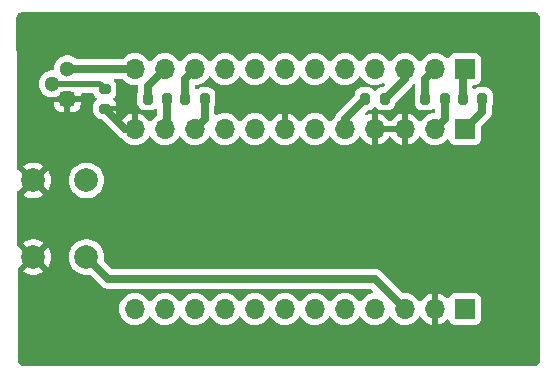
<source format=gbr>
%TF.GenerationSoftware,KiCad,Pcbnew,7.0.6*%
%TF.CreationDate,2023-10-13T00:14:17-07:00*%
%TF.ProjectId,SAL-FP_Keyboard-LogicBoard,53414c2d-4650-45f4-9b65-79626f617264,rev?*%
%TF.SameCoordinates,PXaf9e7f0PY6122b30*%
%TF.FileFunction,Copper,L2,Bot*%
%TF.FilePolarity,Positive*%
%FSLAX46Y46*%
G04 Gerber Fmt 4.6, Leading zero omitted, Abs format (unit mm)*
G04 Created by KiCad (PCBNEW 7.0.6) date 2023-10-13 00:14:17*
%MOMM*%
%LPD*%
G01*
G04 APERTURE LIST*
G04 Aperture macros list*
%AMRoundRect*
0 Rectangle with rounded corners*
0 $1 Rounding radius*
0 $2 $3 $4 $5 $6 $7 $8 $9 X,Y pos of 4 corners*
0 Add a 4 corners polygon primitive as box body*
4,1,4,$2,$3,$4,$5,$6,$7,$8,$9,$2,$3,0*
0 Add four circle primitives for the rounded corners*
1,1,$1+$1,$2,$3*
1,1,$1+$1,$4,$5*
1,1,$1+$1,$6,$7*
1,1,$1+$1,$8,$9*
0 Add four rect primitives between the rounded corners*
20,1,$1+$1,$2,$3,$4,$5,0*
20,1,$1+$1,$4,$5,$6,$7,0*
20,1,$1+$1,$6,$7,$8,$9,0*
20,1,$1+$1,$8,$9,$2,$3,0*%
G04 Aperture macros list end*
%TA.AperFunction,ComponentPad*%
%ADD10R,1.700000X1.700000*%
%TD*%
%TA.AperFunction,ComponentPad*%
%ADD11O,1.700000X1.700000*%
%TD*%
%TA.AperFunction,ComponentPad*%
%ADD12RoundRect,0.325000X0.325000X-0.325000X0.325000X0.325000X-0.325000X0.325000X-0.325000X-0.325000X0*%
%TD*%
%TA.AperFunction,ComponentPad*%
%ADD13C,1.300000*%
%TD*%
%TA.AperFunction,ComponentPad*%
%ADD14C,2.000000*%
%TD*%
%TA.AperFunction,SMDPad,CuDef*%
%ADD15RoundRect,0.200000X0.275000X-0.200000X0.275000X0.200000X-0.275000X0.200000X-0.275000X-0.200000X0*%
%TD*%
%TA.AperFunction,SMDPad,CuDef*%
%ADD16RoundRect,0.200000X0.200000X0.275000X-0.200000X0.275000X-0.200000X-0.275000X0.200000X-0.275000X0*%
%TD*%
%TA.AperFunction,Conductor*%
%ADD17C,0.660000*%
%TD*%
%TA.AperFunction,Conductor*%
%ADD18C,0.340000*%
%TD*%
%TA.AperFunction,Conductor*%
%ADD19C,0.540000*%
%TD*%
G04 APERTURE END LIST*
D10*
%TO.P,J1,1,Pin_1*%
%TO.N,/RAW*%
X-6350000Y-25146000D03*
D11*
%TO.P,J1,2,Pin_2*%
%TO.N,GND*%
X-8890000Y-25146000D03*
%TO.P,J1,3,Pin_3*%
%TO.N,/RST*%
X-11430000Y-25146000D03*
%TO.P,J1,4,Pin_4*%
%TO.N,unconnected-(J1-Pin_4-Pad4)*%
X-13970000Y-25146000D03*
%TO.P,J1,5,Pin_5*%
%TO.N,/F4*%
X-16510000Y-25146000D03*
%TO.P,J1,6,Pin_6*%
%TO.N,/F5*%
X-19050000Y-25146000D03*
%TO.P,J1,7,Pin_7*%
%TO.N,/F6*%
X-21590000Y-25146000D03*
%TO.P,J1,8,Pin_8*%
%TO.N,/F7*%
X-24130000Y-25146000D03*
%TO.P,J1,9,Pin_9*%
%TO.N,/B1*%
X-26670000Y-25146000D03*
%TO.P,J1,10,Pin_10*%
%TO.N,/B3*%
X-29210000Y-25146000D03*
%TO.P,J1,11,Pin_11*%
%TO.N,/B2*%
X-31750000Y-25146000D03*
%TO.P,J1,12,Pin_12*%
%TO.N,/B6*%
X-34290000Y-25146000D03*
%TD*%
D12*
%TO.P,Q1,1,E*%
%TO.N,GND*%
X-40005000Y-7366000D03*
D13*
%TO.P,Q1,2,B*%
%TO.N,Net-(Q1-B)*%
X-41275000Y-6096000D03*
%TO.P,Q1,3,C*%
%TO.N,/LED1*%
X-40005000Y-4826000D03*
%TD*%
D14*
%TO.P,SW1,1,1*%
%TO.N,/RST*%
X-38390000Y-14276000D03*
X-38390000Y-20776000D03*
%TO.P,SW1,2,2*%
%TO.N,GND*%
X-42890000Y-14276000D03*
X-42890000Y-20776000D03*
%TD*%
D10*
%TO.P,J2,1,Pin_1*%
%TO.N,/D3*%
X-6350000Y-9906000D03*
D11*
%TO.P,J2,2,Pin_2*%
%TO.N,/D2*%
X-8890000Y-9906000D03*
%TO.P,J2,3,Pin_3*%
%TO.N,GND*%
X-11430000Y-9906000D03*
%TO.P,J2,4,Pin_4*%
X-13970000Y-9906000D03*
%TO.P,J2,5,Pin_5*%
%TO.N,/D1*%
X-16510000Y-9906000D03*
%TO.P,J2,6,Pin_6*%
%TO.N,/D0*%
X-19050000Y-9906000D03*
%TO.P,J2,7,Pin_7*%
%TO.N,/D4*%
X-21590000Y-9906000D03*
%TO.P,J2,8,Pin_8*%
%TO.N,/C6*%
X-24130000Y-9906000D03*
%TO.P,J2,9,Pin_9*%
%TO.N,/D7*%
X-26670000Y-9906000D03*
%TO.P,J2,10,Pin_10*%
%TO.N,/E6*%
X-29210000Y-9906000D03*
%TO.P,J2,11,Pin_11*%
%TO.N,/B4*%
X-31750000Y-9906000D03*
%TO.P,J2,12,Pin_12*%
%TO.N,/B5*%
X-34290000Y-9906000D03*
%TD*%
D10*
%TO.P,J3,1,Pin_1*%
%TO.N,/LED5*%
X-6350000Y-4826000D03*
D11*
%TO.P,J3,2,Pin_2*%
%TO.N,/LED6*%
X-8890000Y-4826000D03*
%TO.P,J3,3,Pin_3*%
%TO.N,/LED4*%
X-11430000Y-4826000D03*
%TO.P,J3,4,Pin_4*%
%TO.N,unconnected-(J3-Pin_4-Pad4)*%
X-13970000Y-4826000D03*
%TO.P,J3,5,Pin_5*%
%TO.N,unconnected-(J3-Pin_5-Pad5)*%
X-16510000Y-4826000D03*
%TO.P,J3,6,Pin_6*%
%TO.N,unconnected-(J3-Pin_6-Pad6)*%
X-19050000Y-4826000D03*
%TO.P,J3,7,Pin_7*%
%TO.N,unconnected-(J3-Pin_7-Pad7)*%
X-21590000Y-4826000D03*
%TO.P,J3,8,Pin_8*%
%TO.N,unconnected-(J3-Pin_8-Pad8)*%
X-24130000Y-4826000D03*
%TO.P,J3,9,Pin_9*%
%TO.N,unconnected-(J3-Pin_9-Pad9)*%
X-26670000Y-4826000D03*
%TO.P,J3,10,Pin_10*%
%TO.N,/LED3*%
X-29210000Y-4826000D03*
%TO.P,J3,11,Pin_11*%
%TO.N,/LED2*%
X-31750000Y-4826000D03*
%TO.P,J3,12,Pin_12*%
%TO.N,/LED1*%
X-34290000Y-4826000D03*
%TD*%
D15*
%TO.P,R1,1*%
%TO.N,/B5*%
X-36830000Y-8191000D03*
%TO.P,R1,2*%
%TO.N,Net-(Q1-B)*%
X-36830000Y-6541000D03*
%TD*%
D16*
%TO.P,R5,1*%
%TO.N,/D3*%
X-4890000Y-7366000D03*
%TO.P,R5,2*%
%TO.N,/LED5*%
X-6540000Y-7366000D03*
%TD*%
%TO.P,R6,1*%
%TO.N,/D2*%
X-8065000Y-7366000D03*
%TO.P,R6,2*%
%TO.N,/LED6*%
X-9715000Y-7366000D03*
%TD*%
%TO.P,R2,1*%
%TO.N,/B4*%
X-31560000Y-7366000D03*
%TO.P,R2,2*%
%TO.N,/LED2*%
X-33210000Y-7366000D03*
%TD*%
%TO.P,R3,1*%
%TO.N,/E6*%
X-28385000Y-7366000D03*
%TO.P,R3,2*%
%TO.N,/LED3*%
X-30035000Y-7366000D03*
%TD*%
%TO.P,R4,1*%
%TO.N,/LED4*%
X-13145000Y-7366000D03*
%TO.P,R4,2*%
%TO.N,/D1*%
X-14795000Y-7366000D03*
%TD*%
D17*
%TO.N,/RST*%
X-36560000Y-22606000D02*
X-38390000Y-20776000D01*
X-13970000Y-22606000D02*
X-36560000Y-22606000D01*
X-11430000Y-25146000D02*
X-13970000Y-22606000D01*
%TO.N,/B5*%
X-35115000Y-9906000D02*
X-36830000Y-8191000D01*
D18*
X-34290000Y-9906000D02*
X-35115000Y-9906000D01*
D17*
%TO.N,/D3*%
X-4890000Y-7366000D02*
X-4890000Y-8446000D01*
X-4890000Y-8446000D02*
X-6350000Y-9906000D01*
%TO.N,/E6*%
X-28385000Y-9081000D02*
X-29210000Y-9906000D01*
X-28385000Y-7366000D02*
X-28385000Y-9081000D01*
%TO.N,/B4*%
X-31560000Y-7366000D02*
X-31560000Y-9716000D01*
D18*
X-31560000Y-9716000D02*
X-31750000Y-9906000D01*
%TO.N,/LED5*%
X-6540000Y-5016000D02*
X-6350000Y-4826000D01*
D17*
X-6540000Y-7366000D02*
X-6540000Y-5016000D01*
%TO.N,/LED6*%
X-9715000Y-5651000D02*
X-8890000Y-4826000D01*
X-9715000Y-7366000D02*
X-9715000Y-5651000D01*
%TO.N,/LED4*%
X-11430000Y-4826000D02*
X-11430000Y-5651000D01*
X-11430000Y-5651000D02*
X-13145000Y-7366000D01*
%TO.N,/D2*%
X-8065000Y-9081000D02*
X-8890000Y-9906000D01*
X-8065000Y-7366000D02*
X-8065000Y-9081000D01*
%TO.N,/D1*%
X-16510000Y-9081000D02*
X-14795000Y-7366000D01*
X-16510000Y-9906000D02*
X-16510000Y-9081000D01*
%TO.N,/LED3*%
X-30035000Y-5651000D02*
X-29210000Y-4826000D01*
X-30035000Y-7366000D02*
X-30035000Y-5651000D01*
%TO.N,/LED2*%
X-33210000Y-7366000D02*
X-33210000Y-6286000D01*
X-33210000Y-6286000D02*
X-31750000Y-4826000D01*
%TO.N,/LED1*%
X-34290000Y-4826000D02*
X-39370000Y-4826000D01*
D19*
%TO.N,Net-(Q1-B)*%
X-37275000Y-6096000D02*
X-41275000Y-6096000D01*
X-36830000Y-6541000D02*
X-37275000Y-6096000D01*
%TD*%
%TA.AperFunction,Conductor*%
%TO.N,/D4*%
G36*
X-27871536Y-5480685D02*
G01*
X-27837000Y-5513877D01*
X-27748876Y-5639732D01*
X-27708495Y-5697401D01*
X-27541401Y-5864495D01*
X-27459901Y-5921562D01*
X-27347835Y-6000032D01*
X-27347833Y-6000033D01*
X-27347830Y-6000035D01*
X-27133663Y-6099903D01*
X-26905408Y-6161063D01*
X-26717082Y-6177539D01*
X-26670001Y-6181659D01*
X-26670000Y-6181659D01*
X-26669999Y-6181659D01*
X-26630766Y-6178226D01*
X-26434592Y-6161063D01*
X-26206337Y-6099903D01*
X-25992170Y-6000035D01*
X-25798599Y-5864495D01*
X-25631505Y-5697401D01*
X-25503000Y-5513876D01*
X-25448423Y-5470252D01*
X-25401425Y-5461000D01*
X-25398575Y-5461000D01*
X-25331536Y-5480685D01*
X-25297000Y-5513877D01*
X-25208876Y-5639732D01*
X-25168495Y-5697401D01*
X-25001401Y-5864495D01*
X-24919901Y-5921562D01*
X-24807835Y-6000032D01*
X-24807833Y-6000033D01*
X-24807830Y-6000035D01*
X-24593663Y-6099903D01*
X-24365408Y-6161063D01*
X-24177082Y-6177539D01*
X-24130001Y-6181659D01*
X-24130000Y-6181659D01*
X-24129999Y-6181659D01*
X-24090766Y-6178226D01*
X-23894592Y-6161063D01*
X-23666337Y-6099903D01*
X-23452170Y-6000035D01*
X-23258599Y-5864495D01*
X-23091505Y-5697401D01*
X-22963000Y-5513876D01*
X-22908423Y-5470252D01*
X-22861425Y-5461000D01*
X-22858575Y-5461000D01*
X-22791536Y-5480685D01*
X-22757000Y-5513877D01*
X-22668876Y-5639732D01*
X-22628495Y-5697401D01*
X-22461401Y-5864495D01*
X-22379901Y-5921562D01*
X-22267835Y-6000032D01*
X-22267833Y-6000033D01*
X-22267830Y-6000035D01*
X-22053663Y-6099903D01*
X-21825408Y-6161063D01*
X-21637082Y-6177539D01*
X-21590001Y-6181659D01*
X-21590000Y-6181659D01*
X-21589999Y-6181659D01*
X-21550766Y-6178226D01*
X-21354592Y-6161063D01*
X-21126337Y-6099903D01*
X-20912170Y-6000035D01*
X-20718599Y-5864495D01*
X-20551505Y-5697401D01*
X-20423000Y-5513876D01*
X-20368423Y-5470252D01*
X-20321425Y-5461000D01*
X-20318575Y-5461000D01*
X-20251536Y-5480685D01*
X-20217000Y-5513877D01*
X-20128876Y-5639732D01*
X-20088495Y-5697401D01*
X-19921401Y-5864495D01*
X-19839901Y-5921562D01*
X-19727835Y-6000032D01*
X-19727833Y-6000033D01*
X-19727830Y-6000035D01*
X-19513663Y-6099903D01*
X-19285408Y-6161063D01*
X-19097082Y-6177539D01*
X-19050001Y-6181659D01*
X-19050000Y-6181659D01*
X-19049999Y-6181659D01*
X-19010766Y-6178226D01*
X-18814592Y-6161063D01*
X-18586337Y-6099903D01*
X-18372170Y-6000035D01*
X-18178599Y-5864495D01*
X-18011505Y-5697401D01*
X-17883000Y-5513876D01*
X-17828423Y-5470252D01*
X-17781425Y-5461000D01*
X-17778575Y-5461000D01*
X-17711536Y-5480685D01*
X-17677000Y-5513877D01*
X-17588876Y-5639732D01*
X-17548495Y-5697401D01*
X-17381401Y-5864495D01*
X-17299901Y-5921562D01*
X-17187835Y-6000032D01*
X-17187833Y-6000033D01*
X-17187830Y-6000035D01*
X-16973663Y-6099903D01*
X-16745408Y-6161063D01*
X-16557082Y-6177539D01*
X-16510001Y-6181659D01*
X-16510000Y-6181659D01*
X-16509999Y-6181659D01*
X-16470766Y-6178226D01*
X-16274592Y-6161063D01*
X-16046337Y-6099903D01*
X-15832170Y-6000035D01*
X-15638599Y-5864495D01*
X-15471505Y-5697401D01*
X-15343000Y-5513876D01*
X-15288423Y-5470252D01*
X-15241425Y-5461000D01*
X-15238575Y-5461000D01*
X-15171536Y-5480685D01*
X-15137000Y-5513877D01*
X-15048876Y-5639732D01*
X-15008495Y-5697401D01*
X-14841401Y-5864495D01*
X-14759901Y-5921562D01*
X-14647835Y-6000032D01*
X-14647833Y-6000033D01*
X-14647830Y-6000035D01*
X-14433663Y-6099903D01*
X-14205408Y-6161063D01*
X-14017082Y-6177539D01*
X-13970001Y-6181659D01*
X-13970000Y-6181659D01*
X-13969999Y-6181659D01*
X-13930766Y-6178226D01*
X-13734592Y-6161063D01*
X-13506337Y-6099903D01*
X-13295015Y-6001361D01*
X-13225941Y-5990870D01*
X-13162157Y-6019389D01*
X-13123917Y-6077866D01*
X-13123362Y-6147733D01*
X-13154931Y-6201425D01*
X-13215620Y-6262115D01*
X-13307688Y-6354182D01*
X-13369008Y-6387666D01*
X-13395367Y-6390500D01*
X-13401616Y-6390500D01*
X-13420856Y-6392248D01*
X-13472193Y-6396913D01*
X-13634607Y-6447522D01*
X-13780189Y-6535530D01*
X-13780190Y-6535531D01*
X-13882319Y-6637661D01*
X-13943642Y-6671146D01*
X-14013334Y-6666162D01*
X-14057681Y-6637661D01*
X-14159812Y-6535530D01*
X-14163650Y-6533210D01*
X-14305394Y-6447522D01*
X-14467804Y-6396914D01*
X-14467806Y-6396913D01*
X-14467808Y-6396913D01*
X-14517222Y-6392423D01*
X-14538384Y-6390500D01*
X-15051616Y-6390500D01*
X-15070855Y-6392248D01*
X-15122193Y-6396913D01*
X-15284607Y-6447522D01*
X-15430189Y-6535530D01*
X-15550470Y-6655811D01*
X-15638478Y-6801393D01*
X-15689087Y-6963807D01*
X-15695500Y-7034386D01*
X-15695500Y-7040632D01*
X-15715185Y-7107671D01*
X-15731819Y-7128313D01*
X-17071606Y-8468099D01*
X-17075309Y-8471513D01*
X-17116494Y-8506496D01*
X-17116495Y-8506498D01*
X-17164334Y-8569429D01*
X-17213890Y-8631079D01*
X-17215431Y-8633489D01*
X-17224309Y-8647802D01*
X-17225820Y-8650313D01*
X-17246223Y-8694416D01*
X-17259019Y-8722074D01*
X-17264140Y-8732400D01*
X-17290356Y-8785257D01*
X-17330317Y-8831734D01*
X-17381403Y-8867506D01*
X-17548495Y-9034597D01*
X-17678425Y-9220158D01*
X-17733002Y-9263783D01*
X-17802500Y-9270977D01*
X-17864855Y-9239454D01*
X-17881575Y-9220158D01*
X-18011506Y-9034597D01*
X-18178598Y-8867506D01*
X-18178605Y-8867501D01*
X-18372166Y-8731967D01*
X-18372170Y-8731965D01*
X-18452694Y-8694416D01*
X-18586337Y-8632097D01*
X-18586341Y-8632096D01*
X-18586345Y-8632094D01*
X-18814587Y-8570938D01*
X-18814597Y-8570936D01*
X-19049999Y-8550341D01*
X-19050001Y-8550341D01*
X-19285404Y-8570936D01*
X-19285414Y-8570938D01*
X-19513656Y-8632094D01*
X-19513665Y-8632098D01*
X-19727829Y-8731964D01*
X-19727831Y-8731965D01*
X-19921403Y-8867505D01*
X-20088492Y-9034594D01*
X-20218731Y-9220595D01*
X-20273308Y-9264219D01*
X-20342807Y-9271412D01*
X-20405161Y-9239890D01*
X-20421881Y-9220594D01*
X-20551887Y-9034926D01*
X-20551892Y-9034920D01*
X-20718918Y-8867894D01*
X-20912422Y-8732399D01*
X-21126508Y-8632570D01*
X-21126514Y-8632567D01*
X-21340000Y-8575364D01*
X-21340000Y-9470498D01*
X-21447685Y-9421320D01*
X-21554237Y-9406000D01*
X-21625763Y-9406000D01*
X-21732315Y-9421320D01*
X-21840000Y-9470498D01*
X-21840000Y-8575364D01*
X-21840001Y-8575364D01*
X-22053487Y-8632567D01*
X-22053493Y-8632570D01*
X-22267578Y-8732399D01*
X-22267580Y-8732400D01*
X-22461074Y-8867886D01*
X-22461080Y-8867891D01*
X-22628109Y-9034920D01*
X-22628110Y-9034922D01*
X-22758120Y-9220595D01*
X-22812697Y-9264219D01*
X-22882196Y-9271412D01*
X-22944550Y-9239890D01*
X-22961270Y-9220594D01*
X-23091506Y-9034597D01*
X-23258598Y-8867506D01*
X-23258605Y-8867501D01*
X-23452166Y-8731967D01*
X-23452170Y-8731965D01*
X-23532694Y-8694416D01*
X-23666337Y-8632097D01*
X-23666341Y-8632096D01*
X-23666345Y-8632094D01*
X-23894587Y-8570938D01*
X-23894597Y-8570936D01*
X-24129999Y-8550341D01*
X-24130001Y-8550341D01*
X-24365404Y-8570936D01*
X-24365414Y-8570938D01*
X-24593656Y-8632094D01*
X-24593665Y-8632098D01*
X-24807829Y-8731964D01*
X-24807831Y-8731965D01*
X-25001403Y-8867505D01*
X-25168495Y-9034597D01*
X-25298425Y-9220158D01*
X-25353002Y-9263783D01*
X-25422500Y-9270977D01*
X-25484855Y-9239454D01*
X-25501575Y-9220158D01*
X-25631506Y-9034597D01*
X-25798598Y-8867506D01*
X-25798605Y-8867501D01*
X-25992166Y-8731967D01*
X-25992170Y-8731965D01*
X-26072694Y-8694416D01*
X-26206337Y-8632097D01*
X-26206341Y-8632096D01*
X-26206345Y-8632094D01*
X-26434587Y-8570938D01*
X-26434597Y-8570936D01*
X-26669999Y-8550341D01*
X-26670001Y-8550341D01*
X-26905404Y-8570936D01*
X-26905414Y-8570938D01*
X-27133656Y-8632094D01*
X-27133665Y-8632098D01*
X-27347829Y-8731964D01*
X-27347833Y-8731966D01*
X-27359380Y-8740052D01*
X-27425586Y-8762378D01*
X-27493353Y-8745365D01*
X-27541165Y-8694416D01*
X-27554500Y-8638475D01*
X-27554500Y-7986059D01*
X-27543574Y-7935165D01*
X-27541524Y-7930610D01*
X-27541524Y-7930608D01*
X-27541522Y-7930606D01*
X-27490914Y-7768196D01*
X-27484500Y-7697616D01*
X-27484500Y-7034384D01*
X-27490914Y-6963804D01*
X-27541522Y-6801394D01*
X-27629528Y-6655815D01*
X-27629530Y-6655813D01*
X-27629531Y-6655811D01*
X-27749812Y-6535530D01*
X-27753650Y-6533210D01*
X-27895394Y-6447522D01*
X-28057804Y-6396914D01*
X-28057806Y-6396913D01*
X-28057808Y-6396913D01*
X-28107222Y-6392423D01*
X-28128384Y-6390500D01*
X-28641616Y-6390500D01*
X-28660856Y-6392248D01*
X-28712193Y-6396913D01*
X-28874607Y-6447522D01*
X-28964419Y-6501815D01*
X-29016352Y-6533210D01*
X-29083905Y-6551046D01*
X-29150378Y-6529528D01*
X-29194666Y-6475488D01*
X-29204500Y-6427093D01*
X-29204500Y-6294801D01*
X-29184815Y-6227762D01*
X-29132011Y-6182007D01*
X-29091312Y-6171274D01*
X-28974592Y-6161063D01*
X-28746337Y-6099903D01*
X-28532170Y-6000035D01*
X-28338599Y-5864495D01*
X-28171505Y-5697401D01*
X-28043000Y-5513876D01*
X-27988423Y-5470252D01*
X-27941425Y-5461000D01*
X-27938575Y-5461000D01*
X-27871536Y-5480685D01*
G37*
%TD.AperFunction*%
%TD*%
%TA.AperFunction,Conductor*%
%TO.N,/B5*%
G36*
X-35353599Y-5676185D02*
G01*
X-35333037Y-5694285D01*
X-35332324Y-5693573D01*
X-35240368Y-5785528D01*
X-35161401Y-5864495D01*
X-35102390Y-5905815D01*
X-34967835Y-6000032D01*
X-34967833Y-6000033D01*
X-34967830Y-6000035D01*
X-34753663Y-6099903D01*
X-34525408Y-6161063D01*
X-34337082Y-6177539D01*
X-34290001Y-6181659D01*
X-34290001Y-6181658D01*
X-34290000Y-6181659D01*
X-34175906Y-6171676D01*
X-34107410Y-6185442D01*
X-34057226Y-6234057D01*
X-34041146Y-6298561D01*
X-34042643Y-6353805D01*
X-34042407Y-6356699D01*
X-34040500Y-6376751D01*
X-34040500Y-6745939D01*
X-34051421Y-6796822D01*
X-34053475Y-6801385D01*
X-34104087Y-6963807D01*
X-34109218Y-7020275D01*
X-34110500Y-7034384D01*
X-34110500Y-7697616D01*
X-34108577Y-7718778D01*
X-34104087Y-7768192D01*
X-34104087Y-7768194D01*
X-34104086Y-7768196D01*
X-34053478Y-7930606D01*
X-33972234Y-8065000D01*
X-33965470Y-8076188D01*
X-33845189Y-8196469D01*
X-33845187Y-8196470D01*
X-33845185Y-8196472D01*
X-33699606Y-8284478D01*
X-33537196Y-8335086D01*
X-33466616Y-8341500D01*
X-33466613Y-8341500D01*
X-32953387Y-8341500D01*
X-32953384Y-8341500D01*
X-32882804Y-8335086D01*
X-32720394Y-8284478D01*
X-32578649Y-8198789D01*
X-32511096Y-8180953D01*
X-32444622Y-8202470D01*
X-32400334Y-8256510D01*
X-32390500Y-8304906D01*
X-32390500Y-8641276D01*
X-32410185Y-8708315D01*
X-32443377Y-8742851D01*
X-32621403Y-8867505D01*
X-32788492Y-9034594D01*
X-32918731Y-9220595D01*
X-32973308Y-9264219D01*
X-33042807Y-9271412D01*
X-33105161Y-9239890D01*
X-33121881Y-9220594D01*
X-33251887Y-9034926D01*
X-33251892Y-9034920D01*
X-33418918Y-8867894D01*
X-33612422Y-8732399D01*
X-33826508Y-8632570D01*
X-33826514Y-8632567D01*
X-34040000Y-8575364D01*
X-34040000Y-9470498D01*
X-34147685Y-9421320D01*
X-34254237Y-9406000D01*
X-34325763Y-9406000D01*
X-34432315Y-9421320D01*
X-34540000Y-9470498D01*
X-34540000Y-8575364D01*
X-34540001Y-8575364D01*
X-34753487Y-8632567D01*
X-34753493Y-8632570D01*
X-34967578Y-8732399D01*
X-34967580Y-8732400D01*
X-35161074Y-8867886D01*
X-35161080Y-8867891D01*
X-35328109Y-9034920D01*
X-35328114Y-9034926D01*
X-35463600Y-9228420D01*
X-35463601Y-9228422D01*
X-35563430Y-9442507D01*
X-35563433Y-9442514D01*
X-35605066Y-9597891D01*
X-35641431Y-9657551D01*
X-35704278Y-9688080D01*
X-35773654Y-9679785D01*
X-35812522Y-9653478D01*
X-36257380Y-9208620D01*
X-36290865Y-9147297D01*
X-36285881Y-9077605D01*
X-36244009Y-9021672D01*
X-36233849Y-9014822D01*
X-36120123Y-8946072D01*
X-35999928Y-8825877D01*
X-35911981Y-8680395D01*
X-35861410Y-8518106D01*
X-35855000Y-8447572D01*
X-35855000Y-8441000D01*
X-36956000Y-8441000D01*
X-37023039Y-8421315D01*
X-37068794Y-8368511D01*
X-37080000Y-8317000D01*
X-37080000Y-8065000D01*
X-37060315Y-7997961D01*
X-37007511Y-7952206D01*
X-36956000Y-7941000D01*
X-35855001Y-7941000D01*
X-35855001Y-7934417D01*
X-35861409Y-7863897D01*
X-35861410Y-7863892D01*
X-35911982Y-7701603D01*
X-35999928Y-7556122D01*
X-36102016Y-7454034D01*
X-36135501Y-7392711D01*
X-36130517Y-7323019D01*
X-36102017Y-7278673D01*
X-35999528Y-7176185D01*
X-35911522Y-7030606D01*
X-35860914Y-6868196D01*
X-35854500Y-6797616D01*
X-35854500Y-6284384D01*
X-35860914Y-6213804D01*
X-35911522Y-6051394D01*
X-35999528Y-5905815D01*
X-35999530Y-5905813D01*
X-35999531Y-5905811D01*
X-36037161Y-5868181D01*
X-36070646Y-5806858D01*
X-36065662Y-5737166D01*
X-36023790Y-5681233D01*
X-35958326Y-5656816D01*
X-35949480Y-5656500D01*
X-35420638Y-5656500D01*
X-35353599Y-5676185D01*
G37*
%TD.AperFunction*%
%TD*%
%TA.AperFunction,Conductor*%
%TO.N,GND*%
G36*
X-11889493Y-9696156D02*
G01*
X-11930000Y-9834111D01*
X-11930000Y-9977889D01*
X-11889493Y-10115844D01*
X-11863686Y-10156000D01*
X-13536314Y-10156000D01*
X-13510507Y-10115844D01*
X-13470000Y-9977889D01*
X-13470000Y-9834111D01*
X-13510507Y-9696156D01*
X-13536314Y-9656000D01*
X-11863686Y-9656000D01*
X-11889493Y-9696156D01*
G37*
%TD.AperFunction*%
%TA.AperFunction,Conductor*%
G36*
X-10578850Y-6143804D02*
G01*
X-10547498Y-6206244D01*
X-10545500Y-6228413D01*
X-10545500Y-6745939D01*
X-10556421Y-6796822D01*
X-10558475Y-6801385D01*
X-10609087Y-6963807D01*
X-10612958Y-7006414D01*
X-10615500Y-7034384D01*
X-10615500Y-7697616D01*
X-10613577Y-7718778D01*
X-10609087Y-7768192D01*
X-10609087Y-7768194D01*
X-10609086Y-7768196D01*
X-10558478Y-7930606D01*
X-10524954Y-7986062D01*
X-10470470Y-8076188D01*
X-10350189Y-8196469D01*
X-10350187Y-8196470D01*
X-10350185Y-8196472D01*
X-10204606Y-8284478D01*
X-10042196Y-8335086D01*
X-9971616Y-8341500D01*
X-9971613Y-8341500D01*
X-9458387Y-8341500D01*
X-9458384Y-8341500D01*
X-9387804Y-8335086D01*
X-9225394Y-8284478D01*
X-9083649Y-8198789D01*
X-9016096Y-8180953D01*
X-8949622Y-8202470D01*
X-8905334Y-8256510D01*
X-8895500Y-8304906D01*
X-8895500Y-8437197D01*
X-8915185Y-8504236D01*
X-8967989Y-8549991D01*
X-9008692Y-8560725D01*
X-9125404Y-8570936D01*
X-9125414Y-8570938D01*
X-9353656Y-8632094D01*
X-9353665Y-8632098D01*
X-9567829Y-8731964D01*
X-9567831Y-8731965D01*
X-9761403Y-8867505D01*
X-9928492Y-9034594D01*
X-10058731Y-9220595D01*
X-10113308Y-9264219D01*
X-10182807Y-9271412D01*
X-10245161Y-9239890D01*
X-10261881Y-9220594D01*
X-10391887Y-9034926D01*
X-10391892Y-9034920D01*
X-10558918Y-8867894D01*
X-10752422Y-8732399D01*
X-10966508Y-8632570D01*
X-10966514Y-8632567D01*
X-11180000Y-8575364D01*
X-11180000Y-9470498D01*
X-11287685Y-9421320D01*
X-11394237Y-9406000D01*
X-11465763Y-9406000D01*
X-11572315Y-9421320D01*
X-11680000Y-9470498D01*
X-11680000Y-8575364D01*
X-11680001Y-8575364D01*
X-11893487Y-8632567D01*
X-11893493Y-8632570D01*
X-12107578Y-8732399D01*
X-12107580Y-8732400D01*
X-12301074Y-8867886D01*
X-12301080Y-8867891D01*
X-12468109Y-9034920D01*
X-12468110Y-9034922D01*
X-12598426Y-9221031D01*
X-12653004Y-9264656D01*
X-12722502Y-9271848D01*
X-12784857Y-9240326D01*
X-12801576Y-9221030D01*
X-12931887Y-9034926D01*
X-12931892Y-9034920D01*
X-13098918Y-8867894D01*
X-13292422Y-8732399D01*
X-13506508Y-8632570D01*
X-13506514Y-8632567D01*
X-13720000Y-8575364D01*
X-13720000Y-9470498D01*
X-13827685Y-9421320D01*
X-13934237Y-9406000D01*
X-14005763Y-9406000D01*
X-14112315Y-9421320D01*
X-14220000Y-9470498D01*
X-14220000Y-8575364D01*
X-14220001Y-8575364D01*
X-14433487Y-8632567D01*
X-14433498Y-8632571D01*
X-14646021Y-8731672D01*
X-14715098Y-8742164D01*
X-14778882Y-8713644D01*
X-14817121Y-8655167D01*
X-14817675Y-8585300D01*
X-14786110Y-8531614D01*
X-14632312Y-8377816D01*
X-14570990Y-8344334D01*
X-14544633Y-8341500D01*
X-14538387Y-8341500D01*
X-14538384Y-8341500D01*
X-14467804Y-8335086D01*
X-14305394Y-8284478D01*
X-14159815Y-8196472D01*
X-14144296Y-8180953D01*
X-14057681Y-8094339D01*
X-13996358Y-8060854D01*
X-13926666Y-8065838D01*
X-13882319Y-8094339D01*
X-13780189Y-8196469D01*
X-13780187Y-8196470D01*
X-13780185Y-8196472D01*
X-13634606Y-8284478D01*
X-13472196Y-8335086D01*
X-13401616Y-8341500D01*
X-13401613Y-8341500D01*
X-12888387Y-8341500D01*
X-12888384Y-8341500D01*
X-12817804Y-8335086D01*
X-12655394Y-8284478D01*
X-12509815Y-8196472D01*
X-12389528Y-8076185D01*
X-12301522Y-7930606D01*
X-12250914Y-7768196D01*
X-12244500Y-7697616D01*
X-12244500Y-7691366D01*
X-12224815Y-7624327D01*
X-12208181Y-7603685D01*
X-11877166Y-7272670D01*
X-10868373Y-6263876D01*
X-10864705Y-6260496D01*
X-10823506Y-6225502D01*
X-10775667Y-6162570D01*
X-10766147Y-6150725D01*
X-10708806Y-6110807D01*
X-10638984Y-6108227D01*
X-10578850Y-6143804D01*
G37*
%TD.AperFunction*%
%TA.AperFunction,Conductor*%
G36*
X-503968Y-530D02*
G01*
X-392704Y-15179D01*
X-361439Y-23556D01*
X-269085Y-61810D01*
X-241051Y-77996D01*
X-161742Y-138853D01*
X-138854Y-161741D01*
X-77997Y-241050D01*
X-61811Y-269085D01*
X-23558Y-361437D01*
X-15180Y-392703D01*
X-1031Y-500168D01*
X-500Y-508269D01*
X-500Y-29463730D01*
X-1031Y-29471831D01*
X-15180Y-29579296D01*
X-23558Y-29610562D01*
X-61811Y-29702914D01*
X-77997Y-29730949D01*
X-138854Y-29810258D01*
X-161742Y-29833146D01*
X-241051Y-29894003D01*
X-269086Y-29910189D01*
X-361438Y-29948442D01*
X-392704Y-29956820D01*
X-490590Y-29969707D01*
X-503968Y-29971469D01*
X-512067Y-29972000D01*
X-43686089Y-29972000D01*
X-43694169Y-29971472D01*
X-43805142Y-29956902D01*
X-43836328Y-29948569D01*
X-43928478Y-29910513D01*
X-43956458Y-29894412D01*
X-44035665Y-29833856D01*
X-44058540Y-29811077D01*
X-44119426Y-29732135D01*
X-44135648Y-29704221D01*
X-44174094Y-29612231D01*
X-44182559Y-29581078D01*
X-44197599Y-29470166D01*
X-44198161Y-29462112D01*
X-44230747Y-21771762D01*
X-44211347Y-21704643D01*
X-44158737Y-21658665D01*
X-44119739Y-21652185D01*
X-43415930Y-20948376D01*
X-43413116Y-20961915D01*
X-43343558Y-21096156D01*
X-43240362Y-21206652D01*
X-43111181Y-21285209D01*
X-43059998Y-21299549D01*
X-43760058Y-21999609D01*
X-43713232Y-22036055D01*
X-43713230Y-22036056D01*
X-43494615Y-22154364D01*
X-43494604Y-22154369D01*
X-43259494Y-22235083D01*
X-43014293Y-22276000D01*
X-42765707Y-22276000D01*
X-42520507Y-22235083D01*
X-42285397Y-22154369D01*
X-42285386Y-22154364D01*
X-42066772Y-22036057D01*
X-42066769Y-22036055D01*
X-42019944Y-21999609D01*
X-42718432Y-21301121D01*
X-42601542Y-21250349D01*
X-42484261Y-21154934D01*
X-42397072Y-21031415D01*
X-42366646Y-20945802D01*
X-41666566Y-21645882D01*
X-41566269Y-21492369D01*
X-41466413Y-21264717D01*
X-41405388Y-21023738D01*
X-41405386Y-21023729D01*
X-41384859Y-20776005D01*
X-39895643Y-20776005D01*
X-39875110Y-21023812D01*
X-39875108Y-21023824D01*
X-39814064Y-21264881D01*
X-39714174Y-21492606D01*
X-39578167Y-21700782D01*
X-39545755Y-21735991D01*
X-39409744Y-21883738D01*
X-39213509Y-22036474D01*
X-39202171Y-22042610D01*
X-38995668Y-22154364D01*
X-38994810Y-22154828D01*
X-38775859Y-22229994D01*
X-38761036Y-22235083D01*
X-38759614Y-22235571D01*
X-38514335Y-22276500D01*
X-38265666Y-22276500D01*
X-38265665Y-22276500D01*
X-38155798Y-22258166D01*
X-38086436Y-22266548D01*
X-38047710Y-22292794D01*
X-37172907Y-23167597D01*
X-37169501Y-23171290D01*
X-37134502Y-23212494D01*
X-37108925Y-23231937D01*
X-37071561Y-23260341D01*
X-37009923Y-23309887D01*
X-37009918Y-23309891D01*
X-37009913Y-23309893D01*
X-37007388Y-23311507D01*
X-36993283Y-23320256D01*
X-36990695Y-23321814D01*
X-36990692Y-23321816D01*
X-36918926Y-23355018D01*
X-36848084Y-23390153D01*
X-36848083Y-23390153D01*
X-36848077Y-23390156D01*
X-36845218Y-23391206D01*
X-36829654Y-23396686D01*
X-36826747Y-23397665D01*
X-36826744Y-23397667D01*
X-36749516Y-23414666D01*
X-36672778Y-23433750D01*
X-36672777Y-23433750D01*
X-36669777Y-23434158D01*
X-36653348Y-23436171D01*
X-36650326Y-23436500D01*
X-36571267Y-23436500D01*
X-36492200Y-23438642D01*
X-36492200Y-23438641D01*
X-36492195Y-23438642D01*
X-36489267Y-23438403D01*
X-36469249Y-23436500D01*
X-14365366Y-23436500D01*
X-14298327Y-23456185D01*
X-14277685Y-23472819D01*
X-14147615Y-23602889D01*
X-14114130Y-23664212D01*
X-14119114Y-23733904D01*
X-14160986Y-23789837D01*
X-14203202Y-23810345D01*
X-14433659Y-23872095D01*
X-14433665Y-23872098D01*
X-14647829Y-23971964D01*
X-14647831Y-23971965D01*
X-14841403Y-24107505D01*
X-15008495Y-24274597D01*
X-15138425Y-24460158D01*
X-15193002Y-24503783D01*
X-15262500Y-24510977D01*
X-15324855Y-24479454D01*
X-15341575Y-24460158D01*
X-15471506Y-24274597D01*
X-15638598Y-24107506D01*
X-15638605Y-24107501D01*
X-15832166Y-23971967D01*
X-15832170Y-23971965D01*
X-15832171Y-23971964D01*
X-16046337Y-23872097D01*
X-16046341Y-23872096D01*
X-16046345Y-23872094D01*
X-16274587Y-23810938D01*
X-16274597Y-23810936D01*
X-16509999Y-23790341D01*
X-16510001Y-23790341D01*
X-16745404Y-23810936D01*
X-16745414Y-23810938D01*
X-16973656Y-23872094D01*
X-16973665Y-23872098D01*
X-17187829Y-23971964D01*
X-17187831Y-23971965D01*
X-17381403Y-24107505D01*
X-17548495Y-24274597D01*
X-17678425Y-24460158D01*
X-17733002Y-24503783D01*
X-17802500Y-24510977D01*
X-17864855Y-24479454D01*
X-17881575Y-24460158D01*
X-18011506Y-24274597D01*
X-18178598Y-24107506D01*
X-18178605Y-24107501D01*
X-18372166Y-23971967D01*
X-18372170Y-23971965D01*
X-18372170Y-23971964D01*
X-18586337Y-23872097D01*
X-18586341Y-23872096D01*
X-18586345Y-23872094D01*
X-18814587Y-23810938D01*
X-18814597Y-23810936D01*
X-19049999Y-23790341D01*
X-19050001Y-23790341D01*
X-19285404Y-23810936D01*
X-19285414Y-23810938D01*
X-19513656Y-23872094D01*
X-19513665Y-23872098D01*
X-19727829Y-23971964D01*
X-19727831Y-23971965D01*
X-19921403Y-24107505D01*
X-20088495Y-24274597D01*
X-20218425Y-24460158D01*
X-20273002Y-24503783D01*
X-20342500Y-24510977D01*
X-20404855Y-24479454D01*
X-20421575Y-24460158D01*
X-20551506Y-24274597D01*
X-20718598Y-24107506D01*
X-20718605Y-24107501D01*
X-20912166Y-23971967D01*
X-20912170Y-23971965D01*
X-20912171Y-23971964D01*
X-21126337Y-23872097D01*
X-21126341Y-23872096D01*
X-21126345Y-23872094D01*
X-21354587Y-23810938D01*
X-21354597Y-23810936D01*
X-21589999Y-23790341D01*
X-21590001Y-23790341D01*
X-21825404Y-23810936D01*
X-21825414Y-23810938D01*
X-22053656Y-23872094D01*
X-22053665Y-23872098D01*
X-22267829Y-23971964D01*
X-22267831Y-23971965D01*
X-22461403Y-24107505D01*
X-22628495Y-24274597D01*
X-22758425Y-24460158D01*
X-22813002Y-24503783D01*
X-22882500Y-24510977D01*
X-22944855Y-24479454D01*
X-22961575Y-24460158D01*
X-23091506Y-24274597D01*
X-23258598Y-24107506D01*
X-23258605Y-24107501D01*
X-23452166Y-23971967D01*
X-23452170Y-23971965D01*
X-23452171Y-23971964D01*
X-23666337Y-23872097D01*
X-23666341Y-23872096D01*
X-23666345Y-23872094D01*
X-23894587Y-23810938D01*
X-23894597Y-23810936D01*
X-24129999Y-23790341D01*
X-24130001Y-23790341D01*
X-24365404Y-23810936D01*
X-24365414Y-23810938D01*
X-24593656Y-23872094D01*
X-24593665Y-23872098D01*
X-24807829Y-23971964D01*
X-24807831Y-23971965D01*
X-25001403Y-24107505D01*
X-25168492Y-24274594D01*
X-25298426Y-24460160D01*
X-25353003Y-24503784D01*
X-25422502Y-24510977D01*
X-25484856Y-24479455D01*
X-25501571Y-24460164D01*
X-25631505Y-24274599D01*
X-25631507Y-24274596D01*
X-25798598Y-24107506D01*
X-25798605Y-24107501D01*
X-25992166Y-23971967D01*
X-25992170Y-23971965D01*
X-25992171Y-23971964D01*
X-26206337Y-23872097D01*
X-26206341Y-23872096D01*
X-26206345Y-23872094D01*
X-26434587Y-23810938D01*
X-26434597Y-23810936D01*
X-26669999Y-23790341D01*
X-26670001Y-23790341D01*
X-26905404Y-23810936D01*
X-26905414Y-23810938D01*
X-27133656Y-23872094D01*
X-27133665Y-23872098D01*
X-27347829Y-23971964D01*
X-27347831Y-23971965D01*
X-27541403Y-24107505D01*
X-27708495Y-24274597D01*
X-27838425Y-24460158D01*
X-27893002Y-24503783D01*
X-27962500Y-24510977D01*
X-28024855Y-24479454D01*
X-28041575Y-24460158D01*
X-28171506Y-24274597D01*
X-28338598Y-24107506D01*
X-28338605Y-24107501D01*
X-28532166Y-23971967D01*
X-28532170Y-23971965D01*
X-28532171Y-23971964D01*
X-28746337Y-23872097D01*
X-28746341Y-23872096D01*
X-28746345Y-23872094D01*
X-28974587Y-23810938D01*
X-28974597Y-23810936D01*
X-29209999Y-23790341D01*
X-29210001Y-23790341D01*
X-29445404Y-23810936D01*
X-29445414Y-23810938D01*
X-29673656Y-23872094D01*
X-29673665Y-23872098D01*
X-29887829Y-23971964D01*
X-29887831Y-23971965D01*
X-30081403Y-24107505D01*
X-30248495Y-24274597D01*
X-30378425Y-24460158D01*
X-30433002Y-24503783D01*
X-30502500Y-24510977D01*
X-30564855Y-24479454D01*
X-30581575Y-24460158D01*
X-30711506Y-24274597D01*
X-30878598Y-24107506D01*
X-30878605Y-24107501D01*
X-31072166Y-23971967D01*
X-31072170Y-23971965D01*
X-31072172Y-23971964D01*
X-31286337Y-23872097D01*
X-31286341Y-23872096D01*
X-31286345Y-23872094D01*
X-31514587Y-23810938D01*
X-31514597Y-23810936D01*
X-31749999Y-23790341D01*
X-31750001Y-23790341D01*
X-31985404Y-23810936D01*
X-31985414Y-23810938D01*
X-32213656Y-23872094D01*
X-32213665Y-23872098D01*
X-32427829Y-23971964D01*
X-32427831Y-23971965D01*
X-32621403Y-24107505D01*
X-32788495Y-24274597D01*
X-32918425Y-24460158D01*
X-32973002Y-24503783D01*
X-33042500Y-24510977D01*
X-33104855Y-24479454D01*
X-33121575Y-24460158D01*
X-33251506Y-24274597D01*
X-33418598Y-24107506D01*
X-33418605Y-24107501D01*
X-33612166Y-23971967D01*
X-33612170Y-23971965D01*
X-33612171Y-23971964D01*
X-33826337Y-23872097D01*
X-33826341Y-23872096D01*
X-33826345Y-23872094D01*
X-34054587Y-23810938D01*
X-34054597Y-23810936D01*
X-34289999Y-23790341D01*
X-34290001Y-23790341D01*
X-34525404Y-23810936D01*
X-34525414Y-23810938D01*
X-34753656Y-23872094D01*
X-34753665Y-23872098D01*
X-34967829Y-23971964D01*
X-34967831Y-23971965D01*
X-35161403Y-24107505D01*
X-35328495Y-24274597D01*
X-35464035Y-24468169D01*
X-35464036Y-24468171D01*
X-35563902Y-24682335D01*
X-35563906Y-24682344D01*
X-35625062Y-24910586D01*
X-35625064Y-24910596D01*
X-35645659Y-25145999D01*
X-35645659Y-25146000D01*
X-35625064Y-25381403D01*
X-35625062Y-25381413D01*
X-35563906Y-25609655D01*
X-35563904Y-25609659D01*
X-35563903Y-25609663D01*
X-35483996Y-25781023D01*
X-35464035Y-25823830D01*
X-35464033Y-25823834D01*
X-35355719Y-25978521D01*
X-35328495Y-26017401D01*
X-35161401Y-26184495D01*
X-35064616Y-26252265D01*
X-34967835Y-26320032D01*
X-34967833Y-26320033D01*
X-34967830Y-26320035D01*
X-34753663Y-26419903D01*
X-34525408Y-26481063D01*
X-34348966Y-26496500D01*
X-34290001Y-26501659D01*
X-34290000Y-26501659D01*
X-34289999Y-26501659D01*
X-34231034Y-26496500D01*
X-34054592Y-26481063D01*
X-33826337Y-26419903D01*
X-33612170Y-26320035D01*
X-33418599Y-26184495D01*
X-33251505Y-26017401D01*
X-33121576Y-25831842D01*
X-33066998Y-25788217D01*
X-32997500Y-25781023D01*
X-32935145Y-25812546D01*
X-32918425Y-25831842D01*
X-32788500Y-26017395D01*
X-32788495Y-26017401D01*
X-32621401Y-26184495D01*
X-32524616Y-26252264D01*
X-32427835Y-26320032D01*
X-32427833Y-26320033D01*
X-32427830Y-26320035D01*
X-32213663Y-26419903D01*
X-31985408Y-26481063D01*
X-31808966Y-26496500D01*
X-31750001Y-26501659D01*
X-31750000Y-26501659D01*
X-31749999Y-26501659D01*
X-31691034Y-26496500D01*
X-31514592Y-26481063D01*
X-31286337Y-26419903D01*
X-31072170Y-26320035D01*
X-30878599Y-26184495D01*
X-30711505Y-26017401D01*
X-30581576Y-25831842D01*
X-30526998Y-25788217D01*
X-30457500Y-25781023D01*
X-30395145Y-25812546D01*
X-30378425Y-25831842D01*
X-30248500Y-26017395D01*
X-30248495Y-26017401D01*
X-30081401Y-26184495D01*
X-29984616Y-26252264D01*
X-29887835Y-26320032D01*
X-29887833Y-26320033D01*
X-29887830Y-26320035D01*
X-29673663Y-26419903D01*
X-29445408Y-26481063D01*
X-29268966Y-26496500D01*
X-29210001Y-26501659D01*
X-29210000Y-26501659D01*
X-29209999Y-26501659D01*
X-29151034Y-26496500D01*
X-28974592Y-26481063D01*
X-28746337Y-26419903D01*
X-28532170Y-26320035D01*
X-28338599Y-26184495D01*
X-28171505Y-26017401D01*
X-28041576Y-25831842D01*
X-27986998Y-25788217D01*
X-27917500Y-25781023D01*
X-27855145Y-25812546D01*
X-27838425Y-25831842D01*
X-27708500Y-26017395D01*
X-27708495Y-26017401D01*
X-27541401Y-26184495D01*
X-27444616Y-26252264D01*
X-27347835Y-26320032D01*
X-27347833Y-26320033D01*
X-27347830Y-26320035D01*
X-27133663Y-26419903D01*
X-26905408Y-26481063D01*
X-26728966Y-26496500D01*
X-26670001Y-26501659D01*
X-26670000Y-26501659D01*
X-26669999Y-26501659D01*
X-26611034Y-26496500D01*
X-26434592Y-26481063D01*
X-26206337Y-26419903D01*
X-25992170Y-26320035D01*
X-25798599Y-26184495D01*
X-25631505Y-26017401D01*
X-25501576Y-25831842D01*
X-25446998Y-25788217D01*
X-25377500Y-25781023D01*
X-25315145Y-25812546D01*
X-25298425Y-25831842D01*
X-25168500Y-26017395D01*
X-25168495Y-26017401D01*
X-25001401Y-26184495D01*
X-24904616Y-26252264D01*
X-24807835Y-26320032D01*
X-24807833Y-26320033D01*
X-24807830Y-26320035D01*
X-24593663Y-26419903D01*
X-24365408Y-26481063D01*
X-24188966Y-26496500D01*
X-24130001Y-26501659D01*
X-24130000Y-26501659D01*
X-24129999Y-26501659D01*
X-24071034Y-26496500D01*
X-23894592Y-26481063D01*
X-23666337Y-26419903D01*
X-23452170Y-26320035D01*
X-23258599Y-26184495D01*
X-23091505Y-26017401D01*
X-22961576Y-25831842D01*
X-22906998Y-25788217D01*
X-22837500Y-25781023D01*
X-22775145Y-25812546D01*
X-22758425Y-25831842D01*
X-22628500Y-26017395D01*
X-22628495Y-26017401D01*
X-22461401Y-26184495D01*
X-22364616Y-26252264D01*
X-22267835Y-26320032D01*
X-22267833Y-26320033D01*
X-22267830Y-26320035D01*
X-22053663Y-26419903D01*
X-21825408Y-26481063D01*
X-21648966Y-26496500D01*
X-21590001Y-26501659D01*
X-21590000Y-26501659D01*
X-21589999Y-26501659D01*
X-21531034Y-26496500D01*
X-21354592Y-26481063D01*
X-21126337Y-26419903D01*
X-20912170Y-26320035D01*
X-20718599Y-26184495D01*
X-20551505Y-26017401D01*
X-20421576Y-25831842D01*
X-20366998Y-25788217D01*
X-20297500Y-25781023D01*
X-20235145Y-25812546D01*
X-20218425Y-25831842D01*
X-20088500Y-26017395D01*
X-20088495Y-26017401D01*
X-19921401Y-26184495D01*
X-19824616Y-26252264D01*
X-19727835Y-26320032D01*
X-19727833Y-26320033D01*
X-19727830Y-26320035D01*
X-19513663Y-26419903D01*
X-19285408Y-26481063D01*
X-19108966Y-26496500D01*
X-19050001Y-26501659D01*
X-19050000Y-26501659D01*
X-19049999Y-26501659D01*
X-18991034Y-26496500D01*
X-18814592Y-26481063D01*
X-18586337Y-26419903D01*
X-18372170Y-26320035D01*
X-18178599Y-26184495D01*
X-18011505Y-26017401D01*
X-17881576Y-25831842D01*
X-17826998Y-25788217D01*
X-17757500Y-25781023D01*
X-17695145Y-25812546D01*
X-17678425Y-25831842D01*
X-17548500Y-26017395D01*
X-17548495Y-26017401D01*
X-17381401Y-26184495D01*
X-17284616Y-26252264D01*
X-17187835Y-26320032D01*
X-17187833Y-26320033D01*
X-17187830Y-26320035D01*
X-16973663Y-26419903D01*
X-16745408Y-26481063D01*
X-16568966Y-26496500D01*
X-16510001Y-26501659D01*
X-16510000Y-26501659D01*
X-16509999Y-26501659D01*
X-16451034Y-26496500D01*
X-16274592Y-26481063D01*
X-16046337Y-26419903D01*
X-15832170Y-26320035D01*
X-15638599Y-26184495D01*
X-15471505Y-26017401D01*
X-15341576Y-25831842D01*
X-15286998Y-25788217D01*
X-15217500Y-25781023D01*
X-15155145Y-25812546D01*
X-15138425Y-25831842D01*
X-15008500Y-26017395D01*
X-15008495Y-26017401D01*
X-14841401Y-26184495D01*
X-14744616Y-26252264D01*
X-14647835Y-26320032D01*
X-14647833Y-26320033D01*
X-14647830Y-26320035D01*
X-14433663Y-26419903D01*
X-14205408Y-26481063D01*
X-14028966Y-26496500D01*
X-13970001Y-26501659D01*
X-13970000Y-26501659D01*
X-13969999Y-26501659D01*
X-13911034Y-26496500D01*
X-13734592Y-26481063D01*
X-13506337Y-26419903D01*
X-13292170Y-26320035D01*
X-13098599Y-26184495D01*
X-12931505Y-26017401D01*
X-12801576Y-25831842D01*
X-12746998Y-25788217D01*
X-12677500Y-25781023D01*
X-12615145Y-25812546D01*
X-12598425Y-25831842D01*
X-12468500Y-26017395D01*
X-12468495Y-26017401D01*
X-12301401Y-26184495D01*
X-12204616Y-26252264D01*
X-12107835Y-26320032D01*
X-12107833Y-26320033D01*
X-12107830Y-26320035D01*
X-11893663Y-26419903D01*
X-11665408Y-26481063D01*
X-11488966Y-26496500D01*
X-11430001Y-26501659D01*
X-11430000Y-26501659D01*
X-11429999Y-26501659D01*
X-11371034Y-26496500D01*
X-11194592Y-26481063D01*
X-10966337Y-26419903D01*
X-10752170Y-26320035D01*
X-10558599Y-26184495D01*
X-10391505Y-26017401D01*
X-10261270Y-25831405D01*
X-10206693Y-25787781D01*
X-10137195Y-25780587D01*
X-10074840Y-25812110D01*
X-10058121Y-25831405D01*
X-9928110Y-26017078D01*
X-9761083Y-26184105D01*
X-9567579Y-26319600D01*
X-9353493Y-26419429D01*
X-9353484Y-26419433D01*
X-9140000Y-26476634D01*
X-9140000Y-25581501D01*
X-9032315Y-25630680D01*
X-8925763Y-25646000D01*
X-8854237Y-25646000D01*
X-8747685Y-25630680D01*
X-8640000Y-25581501D01*
X-8640000Y-26476633D01*
X-8426517Y-26419433D01*
X-8426508Y-26419429D01*
X-8212422Y-26319600D01*
X-8018922Y-26184108D01*
X-7896867Y-26062053D01*
X-7835544Y-26028568D01*
X-7765852Y-26033552D01*
X-7709918Y-26075423D01*
X-7693003Y-26106401D01*
X-7643798Y-26238328D01*
X-7643794Y-26238335D01*
X-7557548Y-26353544D01*
X-7557545Y-26353547D01*
X-7442336Y-26439793D01*
X-7442329Y-26439797D01*
X-7307483Y-26490091D01*
X-7307484Y-26490091D01*
X-7300556Y-26490835D01*
X-7247873Y-26496500D01*
X-5452128Y-26496499D01*
X-5392517Y-26490091D01*
X-5257669Y-26439796D01*
X-5142454Y-26353546D01*
X-5056204Y-26238331D01*
X-5005909Y-26103483D01*
X-4999500Y-26043873D01*
X-4999501Y-24248128D01*
X-5005909Y-24188517D01*
X-5006998Y-24185598D01*
X-5056203Y-24053671D01*
X-5056207Y-24053664D01*
X-5142453Y-23938455D01*
X-5142456Y-23938452D01*
X-5257665Y-23852206D01*
X-5257672Y-23852202D01*
X-5392518Y-23801908D01*
X-5392517Y-23801908D01*
X-5452117Y-23795501D01*
X-5452119Y-23795500D01*
X-5452127Y-23795500D01*
X-5452136Y-23795500D01*
X-7247871Y-23795500D01*
X-7247877Y-23795501D01*
X-7307484Y-23801908D01*
X-7442329Y-23852202D01*
X-7442336Y-23852206D01*
X-7557545Y-23938452D01*
X-7557548Y-23938455D01*
X-7643794Y-24053664D01*
X-7643798Y-24053671D01*
X-7693003Y-24185598D01*
X-7734874Y-24241532D01*
X-7800339Y-24265949D01*
X-7868612Y-24251097D01*
X-7896866Y-24229946D01*
X-8018918Y-24107894D01*
X-8212422Y-23972399D01*
X-8426508Y-23872570D01*
X-8426514Y-23872567D01*
X-8640000Y-23815364D01*
X-8640000Y-24710498D01*
X-8747685Y-24661320D01*
X-8854237Y-24646000D01*
X-8925763Y-24646000D01*
X-9032315Y-24661320D01*
X-9140000Y-24710498D01*
X-9140000Y-23815364D01*
X-9140001Y-23815364D01*
X-9353487Y-23872567D01*
X-9353493Y-23872570D01*
X-9567578Y-23972399D01*
X-9567580Y-23972400D01*
X-9761074Y-24107886D01*
X-9761080Y-24107891D01*
X-9928109Y-24274920D01*
X-9928110Y-24274922D01*
X-10058120Y-24460595D01*
X-10112697Y-24504219D01*
X-10182196Y-24511412D01*
X-10244550Y-24479890D01*
X-10261270Y-24460594D01*
X-10391506Y-24274597D01*
X-10558598Y-24107506D01*
X-10558605Y-24107501D01*
X-10752166Y-23971967D01*
X-10752170Y-23971965D01*
X-10752170Y-23971964D01*
X-10966337Y-23872097D01*
X-10966341Y-23872096D01*
X-10966345Y-23872094D01*
X-11194587Y-23810938D01*
X-11194597Y-23810936D01*
X-11429999Y-23790341D01*
X-11430002Y-23790341D01*
X-11538980Y-23799875D01*
X-11607480Y-23786108D01*
X-11637468Y-23764028D01*
X-12233899Y-23167597D01*
X-13357113Y-22044382D01*
X-13360516Y-22040690D01*
X-13395495Y-21999508D01*
X-13395497Y-21999506D01*
X-13422677Y-21978845D01*
X-13458430Y-21951666D01*
X-13520082Y-21902109D01*
X-13522525Y-21900547D01*
X-13536753Y-21891721D01*
X-13539311Y-21890182D01*
X-13580182Y-21871273D01*
X-13611075Y-21856981D01*
X-13681916Y-21821847D01*
X-13681920Y-21821846D01*
X-13684670Y-21820835D01*
X-13700450Y-21815278D01*
X-13703253Y-21814334D01*
X-13703255Y-21814333D01*
X-13703256Y-21814333D01*
X-13780480Y-21797334D01*
X-13857221Y-21778250D01*
X-13860152Y-21777851D01*
X-13876703Y-21775824D01*
X-13879675Y-21775500D01*
X-13879678Y-21775500D01*
X-13879682Y-21775500D01*
X-13958732Y-21775500D01*
X-13961211Y-21775432D01*
X-14037806Y-21773357D01*
X-14040734Y-21773596D01*
X-14060751Y-21775500D01*
X-36164633Y-21775500D01*
X-36231672Y-21755815D01*
X-36252314Y-21739181D01*
X-36869055Y-21122440D01*
X-36902540Y-21061117D01*
X-36904950Y-21024519D01*
X-36904884Y-21023729D01*
X-36899158Y-20954610D01*
X-36884357Y-20776005D01*
X-36884357Y-20775994D01*
X-36904891Y-20528187D01*
X-36904893Y-20528175D01*
X-36965937Y-20287118D01*
X-37065827Y-20059393D01*
X-37201834Y-19851217D01*
X-37223443Y-19827744D01*
X-37370256Y-19668262D01*
X-37566491Y-19515526D01*
X-37566493Y-19515525D01*
X-37566494Y-19515524D01*
X-37785189Y-19397172D01*
X-37785198Y-19397169D01*
X-38020384Y-19316429D01*
X-38265665Y-19275500D01*
X-38514335Y-19275500D01*
X-38759617Y-19316429D01*
X-38994803Y-19397169D01*
X-38994812Y-19397172D01*
X-39213507Y-19515524D01*
X-39409743Y-19668261D01*
X-39578167Y-19851217D01*
X-39714174Y-20059393D01*
X-39814064Y-20287118D01*
X-39875108Y-20528175D01*
X-39875110Y-20528187D01*
X-39895643Y-20775994D01*
X-39895643Y-20776005D01*
X-41384859Y-20776005D01*
X-41384859Y-20775994D01*
X-41405386Y-20528270D01*
X-41405388Y-20528261D01*
X-41466413Y-20287282D01*
X-41566269Y-20059630D01*
X-41666566Y-19906116D01*
X-42364071Y-20603622D01*
X-42366884Y-20590085D01*
X-42436442Y-20455844D01*
X-42539638Y-20345348D01*
X-42668819Y-20266791D01*
X-42720005Y-20252449D01*
X-42019944Y-19552389D01*
X-42066771Y-19515943D01*
X-42285386Y-19397635D01*
X-42285397Y-19397630D01*
X-42520507Y-19316916D01*
X-42765707Y-19276000D01*
X-43014293Y-19276000D01*
X-43259494Y-19316916D01*
X-43494604Y-19397630D01*
X-43494610Y-19397632D01*
X-43713239Y-19515949D01*
X-43760058Y-19552388D01*
X-43760059Y-19552389D01*
X-43061569Y-20250878D01*
X-43178458Y-20301651D01*
X-43295739Y-20397066D01*
X-43382928Y-20520585D01*
X-43413355Y-20606197D01*
X-44117337Y-19902215D01*
X-44171100Y-19892306D01*
X-44222057Y-19844503D01*
X-44239177Y-19782157D01*
X-44241148Y-19316916D01*
X-44258301Y-15268904D01*
X-44238902Y-15201786D01*
X-44186292Y-15155808D01*
X-44121511Y-15145045D01*
X-44113436Y-15145882D01*
X-43415930Y-14448375D01*
X-43413116Y-14461915D01*
X-43343558Y-14596156D01*
X-43240362Y-14706652D01*
X-43111181Y-14785209D01*
X-43059998Y-14799549D01*
X-43760058Y-15499609D01*
X-43713232Y-15536055D01*
X-43713230Y-15536056D01*
X-43494615Y-15654364D01*
X-43494604Y-15654369D01*
X-43259494Y-15735083D01*
X-43014293Y-15776000D01*
X-42765707Y-15776000D01*
X-42520507Y-15735083D01*
X-42285397Y-15654369D01*
X-42285386Y-15654364D01*
X-42066772Y-15536057D01*
X-42066769Y-15536055D01*
X-42019944Y-15499609D01*
X-42718432Y-14801121D01*
X-42601542Y-14750349D01*
X-42484261Y-14654934D01*
X-42397072Y-14531415D01*
X-42366646Y-14445802D01*
X-41666566Y-15145882D01*
X-41566269Y-14992369D01*
X-41466413Y-14764717D01*
X-41405388Y-14523738D01*
X-41405386Y-14523729D01*
X-41384859Y-14276005D01*
X-39895643Y-14276005D01*
X-39875110Y-14523812D01*
X-39875108Y-14523824D01*
X-39814064Y-14764881D01*
X-39714174Y-14992606D01*
X-39578167Y-15200782D01*
X-39578164Y-15200785D01*
X-39409744Y-15383738D01*
X-39213509Y-15536474D01*
X-39213507Y-15536475D01*
X-38995668Y-15654364D01*
X-38994810Y-15654828D01*
X-38775859Y-15729994D01*
X-38761036Y-15735083D01*
X-38759614Y-15735571D01*
X-38514335Y-15776500D01*
X-38265665Y-15776500D01*
X-38020386Y-15735571D01*
X-37785190Y-15654828D01*
X-37566491Y-15536474D01*
X-37370256Y-15383738D01*
X-37201836Y-15200785D01*
X-37065827Y-14992607D01*
X-36965937Y-14764881D01*
X-36904892Y-14523821D01*
X-36899762Y-14461915D01*
X-36884357Y-14276005D01*
X-36884357Y-14275994D01*
X-36904891Y-14028187D01*
X-36904893Y-14028175D01*
X-36965937Y-13787118D01*
X-37065827Y-13559393D01*
X-37201834Y-13351217D01*
X-37223443Y-13327744D01*
X-37370256Y-13168262D01*
X-37566491Y-13015526D01*
X-37566493Y-13015525D01*
X-37566494Y-13015524D01*
X-37785189Y-12897172D01*
X-37785198Y-12897169D01*
X-38020384Y-12816429D01*
X-38265665Y-12775500D01*
X-38514335Y-12775500D01*
X-38759617Y-12816429D01*
X-38994803Y-12897169D01*
X-38994812Y-12897172D01*
X-39213507Y-13015524D01*
X-39409743Y-13168261D01*
X-39578167Y-13351217D01*
X-39714174Y-13559393D01*
X-39814064Y-13787118D01*
X-39875108Y-14028175D01*
X-39875110Y-14028187D01*
X-39895643Y-14275994D01*
X-39895643Y-14276005D01*
X-41384859Y-14276005D01*
X-41384859Y-14275994D01*
X-41405386Y-14028270D01*
X-41405388Y-14028261D01*
X-41466413Y-13787282D01*
X-41566269Y-13559630D01*
X-41666566Y-13406116D01*
X-42364071Y-14103622D01*
X-42366884Y-14090085D01*
X-42436442Y-13955844D01*
X-42539638Y-13845348D01*
X-42668819Y-13766791D01*
X-42720003Y-13752450D01*
X-42019943Y-13052390D01*
X-42019944Y-13052389D01*
X-42066771Y-13015943D01*
X-42285386Y-12897635D01*
X-42285397Y-12897630D01*
X-42520507Y-12816916D01*
X-42765707Y-12776000D01*
X-43014293Y-12776000D01*
X-43259494Y-12816916D01*
X-43494604Y-12897630D01*
X-43494610Y-12897632D01*
X-43713239Y-13015949D01*
X-43760058Y-13052388D01*
X-43760058Y-13052390D01*
X-43061569Y-13750878D01*
X-43178458Y-13801651D01*
X-43295739Y-13897066D01*
X-43382928Y-14020585D01*
X-43413355Y-14106196D01*
X-44113437Y-13406116D01*
X-44129919Y-13407826D01*
X-44198631Y-13395161D01*
X-44249588Y-13347358D01*
X-44266708Y-13285014D01*
X-44297170Y-6096000D01*
X-42430429Y-6096000D01*
X-42410756Y-6308310D01*
X-42385546Y-6396914D01*
X-42352404Y-6513392D01*
X-42352404Y-6513394D01*
X-42257368Y-6704253D01*
X-42128873Y-6874406D01*
X-42128872Y-6874407D01*
X-41971302Y-7018052D01*
X-41790019Y-7130298D01*
X-41591198Y-7207321D01*
X-41381610Y-7246500D01*
X-41381608Y-7246500D01*
X-41168392Y-7246500D01*
X-41168390Y-7246500D01*
X-40958802Y-7207321D01*
X-40759981Y-7130298D01*
X-40759969Y-7130290D01*
X-40757373Y-7128999D01*
X-40755479Y-7128553D01*
X-40754636Y-7128227D01*
X-40754591Y-7128344D01*
X-40702102Y-7116000D01*
X-40284560Y-7116000D01*
X-40323278Y-7158059D01*
X-40373551Y-7272670D01*
X-40383886Y-7397395D01*
X-40353163Y-7518719D01*
X-40289606Y-7616000D01*
X-41155000Y-7616000D01*
X-41155000Y-7762745D01*
X-41152268Y-7803034D01*
X-41108959Y-7977180D01*
X-41029232Y-8137935D01*
X-41029230Y-8137938D01*
X-40916804Y-8277802D01*
X-40916803Y-8277803D01*
X-40776939Y-8390229D01*
X-40776936Y-8390231D01*
X-40616181Y-8469958D01*
X-40442035Y-8513267D01*
X-40401745Y-8516000D01*
X-40255000Y-8516000D01*
X-40255000Y-7646617D01*
X-40185948Y-7700363D01*
X-40067576Y-7741000D01*
X-39973927Y-7741000D01*
X-39881554Y-7725586D01*
X-39771486Y-7666019D01*
X-39755000Y-7648110D01*
X-39755000Y-8516000D01*
X-39608255Y-8516000D01*
X-39567966Y-8513267D01*
X-39393820Y-8469958D01*
X-39233065Y-8390231D01*
X-39233062Y-8390229D01*
X-39093198Y-8277803D01*
X-39093197Y-8277802D01*
X-38980771Y-8137938D01*
X-38980769Y-8137935D01*
X-38901042Y-7977180D01*
X-38857733Y-7803034D01*
X-38855000Y-7762745D01*
X-38855000Y-7616000D01*
X-39725440Y-7616000D01*
X-39686722Y-7573941D01*
X-39636449Y-7459330D01*
X-39626114Y-7334605D01*
X-39656837Y-7213281D01*
X-39720394Y-7116000D01*
X-38855000Y-7116000D01*
X-38855000Y-6990500D01*
X-38835315Y-6923461D01*
X-38782511Y-6877706D01*
X-38731000Y-6866500D01*
X-37890856Y-6866500D01*
X-37823817Y-6886185D01*
X-37778062Y-6938989D01*
X-37772473Y-6953603D01*
X-37748478Y-7030606D01*
X-37660472Y-7176185D01*
X-37558338Y-7278319D01*
X-37524854Y-7339640D01*
X-37529838Y-7409332D01*
X-37558338Y-7453680D01*
X-37660471Y-7555813D01*
X-37748478Y-7701393D01*
X-37799087Y-7863807D01*
X-37804218Y-7920275D01*
X-37805156Y-7930605D01*
X-37805500Y-7934386D01*
X-37805500Y-8447613D01*
X-37799087Y-8518192D01*
X-37799087Y-8518194D01*
X-37799086Y-8518196D01*
X-37782651Y-8570938D01*
X-37748478Y-8680606D01*
X-37660470Y-8826188D01*
X-37540189Y-8946469D01*
X-37540187Y-8946470D01*
X-37540185Y-8946472D01*
X-37394606Y-9034478D01*
X-37232196Y-9085086D01*
X-37161616Y-9091500D01*
X-37155366Y-9091500D01*
X-37088327Y-9111185D01*
X-37067686Y-9127818D01*
X-35670413Y-10525092D01*
X-35564918Y-10609891D01*
X-35488876Y-10647604D01*
X-35410743Y-10686355D01*
X-35364263Y-10726319D01*
X-35328495Y-10777401D01*
X-35161401Y-10944495D01*
X-35064616Y-11012264D01*
X-34967835Y-11080032D01*
X-34967833Y-11080033D01*
X-34967830Y-11080035D01*
X-34753663Y-11179903D01*
X-34525408Y-11241063D01*
X-34348966Y-11256500D01*
X-34290001Y-11261659D01*
X-34290000Y-11261659D01*
X-34289999Y-11261659D01*
X-34231034Y-11256500D01*
X-34054592Y-11241063D01*
X-33826337Y-11179903D01*
X-33612170Y-11080035D01*
X-33418599Y-10944495D01*
X-33251505Y-10777401D01*
X-33121576Y-10591842D01*
X-33066998Y-10548217D01*
X-32997500Y-10541023D01*
X-32935145Y-10572546D01*
X-32918425Y-10591842D01*
X-32788719Y-10777082D01*
X-32788495Y-10777401D01*
X-32621401Y-10944495D01*
X-32524616Y-11012264D01*
X-32427835Y-11080032D01*
X-32427833Y-11080033D01*
X-32427830Y-11080035D01*
X-32213663Y-11179903D01*
X-31985408Y-11241063D01*
X-31808966Y-11256500D01*
X-31750001Y-11261659D01*
X-31750000Y-11261659D01*
X-31749999Y-11261659D01*
X-31691034Y-11256500D01*
X-31514592Y-11241063D01*
X-31286337Y-11179903D01*
X-31072170Y-11080035D01*
X-30878599Y-10944495D01*
X-30711505Y-10777401D01*
X-30581576Y-10591842D01*
X-30526998Y-10548217D01*
X-30457500Y-10541023D01*
X-30395145Y-10572546D01*
X-30378425Y-10591842D01*
X-30248719Y-10777082D01*
X-30248495Y-10777401D01*
X-30081401Y-10944495D01*
X-29984616Y-11012265D01*
X-29887835Y-11080032D01*
X-29887833Y-11080033D01*
X-29887830Y-11080035D01*
X-29673663Y-11179903D01*
X-29445408Y-11241063D01*
X-29268966Y-11256500D01*
X-29210001Y-11261659D01*
X-29210000Y-11261659D01*
X-29209999Y-11261659D01*
X-29151034Y-11256500D01*
X-28974592Y-11241063D01*
X-28746337Y-11179903D01*
X-28532170Y-11080035D01*
X-28338599Y-10944495D01*
X-28171505Y-10777401D01*
X-28041576Y-10591842D01*
X-27986998Y-10548217D01*
X-27917500Y-10541023D01*
X-27855145Y-10572546D01*
X-27838425Y-10591842D01*
X-27708719Y-10777082D01*
X-27708495Y-10777401D01*
X-27541401Y-10944495D01*
X-27444616Y-11012265D01*
X-27347835Y-11080032D01*
X-27347833Y-11080033D01*
X-27347830Y-11080035D01*
X-27133663Y-11179903D01*
X-26905408Y-11241063D01*
X-26728966Y-11256500D01*
X-26670001Y-11261659D01*
X-26670000Y-11261659D01*
X-26669999Y-11261659D01*
X-26611034Y-11256500D01*
X-26434592Y-11241063D01*
X-26206337Y-11179903D01*
X-25992170Y-11080035D01*
X-25798599Y-10944495D01*
X-25631505Y-10777401D01*
X-25501576Y-10591842D01*
X-25446998Y-10548217D01*
X-25377500Y-10541023D01*
X-25315145Y-10572546D01*
X-25298425Y-10591842D01*
X-25168719Y-10777082D01*
X-25168495Y-10777401D01*
X-25001401Y-10944495D01*
X-24904616Y-11012265D01*
X-24807835Y-11080032D01*
X-24807833Y-11080033D01*
X-24807830Y-11080035D01*
X-24593663Y-11179903D01*
X-24365408Y-11241063D01*
X-24188966Y-11256500D01*
X-24130001Y-11261659D01*
X-24130000Y-11261659D01*
X-24129999Y-11261659D01*
X-24071034Y-11256500D01*
X-23894592Y-11241063D01*
X-23666337Y-11179903D01*
X-23452170Y-11080035D01*
X-23258599Y-10944495D01*
X-23091505Y-10777401D01*
X-22961576Y-10591842D01*
X-22906998Y-10548217D01*
X-22837500Y-10541023D01*
X-22775145Y-10572546D01*
X-22758425Y-10591842D01*
X-22628719Y-10777082D01*
X-22628495Y-10777401D01*
X-22461401Y-10944495D01*
X-22364616Y-11012265D01*
X-22267835Y-11080032D01*
X-22267833Y-11080033D01*
X-22267830Y-11080035D01*
X-22053663Y-11179903D01*
X-21825408Y-11241063D01*
X-21648966Y-11256500D01*
X-21590001Y-11261659D01*
X-21590000Y-11261659D01*
X-21589999Y-11261659D01*
X-21531034Y-11256500D01*
X-21354592Y-11241063D01*
X-21126337Y-11179903D01*
X-20912170Y-11080035D01*
X-20718599Y-10944495D01*
X-20551505Y-10777401D01*
X-20421576Y-10591842D01*
X-20366998Y-10548217D01*
X-20297500Y-10541023D01*
X-20235145Y-10572546D01*
X-20218425Y-10591842D01*
X-20088719Y-10777082D01*
X-20088495Y-10777401D01*
X-19921401Y-10944495D01*
X-19824616Y-11012265D01*
X-19727835Y-11080032D01*
X-19727833Y-11080033D01*
X-19727830Y-11080035D01*
X-19513663Y-11179903D01*
X-19285408Y-11241063D01*
X-19108966Y-11256500D01*
X-19050001Y-11261659D01*
X-19050000Y-11261659D01*
X-19049999Y-11261659D01*
X-18991034Y-11256500D01*
X-18814592Y-11241063D01*
X-18586337Y-11179903D01*
X-18372170Y-11080035D01*
X-18178599Y-10944495D01*
X-18011505Y-10777401D01*
X-17881576Y-10591842D01*
X-17826998Y-10548217D01*
X-17757500Y-10541023D01*
X-17695145Y-10572546D01*
X-17678425Y-10591842D01*
X-17548719Y-10777082D01*
X-17548495Y-10777401D01*
X-17381401Y-10944495D01*
X-17284616Y-11012265D01*
X-17187835Y-11080032D01*
X-17187833Y-11080033D01*
X-17187830Y-11080035D01*
X-16973663Y-11179903D01*
X-16745408Y-11241063D01*
X-16568966Y-11256500D01*
X-16510001Y-11261659D01*
X-16510000Y-11261659D01*
X-16509999Y-11261659D01*
X-16451034Y-11256500D01*
X-16274592Y-11241063D01*
X-16046337Y-11179903D01*
X-15832170Y-11080035D01*
X-15638599Y-10944495D01*
X-15471505Y-10777401D01*
X-15341270Y-10591405D01*
X-15286693Y-10547781D01*
X-15217195Y-10540587D01*
X-15154840Y-10572110D01*
X-15138121Y-10591405D01*
X-15008110Y-10777078D01*
X-14841083Y-10944105D01*
X-14647579Y-11079600D01*
X-14433493Y-11179429D01*
X-14433484Y-11179433D01*
X-14220000Y-11236634D01*
X-14220000Y-10341501D01*
X-14112315Y-10390680D01*
X-14005763Y-10406000D01*
X-13934237Y-10406000D01*
X-13827685Y-10390680D01*
X-13720000Y-10341501D01*
X-13720000Y-11236634D01*
X-13506517Y-11179433D01*
X-13506508Y-11179429D01*
X-13292422Y-11079600D01*
X-13098918Y-10944105D01*
X-12931895Y-10777082D01*
X-12801575Y-10590968D01*
X-12746998Y-10547344D01*
X-12677499Y-10540151D01*
X-12615145Y-10571673D01*
X-12598425Y-10590968D01*
X-12468106Y-10777082D01*
X-12301083Y-10944105D01*
X-12107579Y-11079600D01*
X-11893493Y-11179429D01*
X-11893484Y-11179433D01*
X-11680000Y-11236634D01*
X-11680000Y-10341501D01*
X-11572315Y-10390680D01*
X-11465763Y-10406000D01*
X-11394237Y-10406000D01*
X-11287685Y-10390680D01*
X-11180000Y-10341501D01*
X-11180000Y-11236633D01*
X-10966517Y-11179433D01*
X-10966508Y-11179429D01*
X-10752422Y-11079600D01*
X-10558918Y-10944105D01*
X-10391895Y-10777082D01*
X-10261881Y-10591405D01*
X-10207304Y-10547781D01*
X-10137805Y-10540588D01*
X-10075451Y-10572110D01*
X-10058731Y-10591405D01*
X-9928495Y-10777401D01*
X-9761401Y-10944495D01*
X-9664616Y-11012264D01*
X-9567835Y-11080032D01*
X-9567833Y-11080033D01*
X-9567830Y-11080035D01*
X-9353663Y-11179903D01*
X-9125408Y-11241063D01*
X-8948966Y-11256500D01*
X-8890001Y-11261659D01*
X-8890000Y-11261659D01*
X-8889999Y-11261659D01*
X-8831034Y-11256500D01*
X-8654592Y-11241063D01*
X-8426337Y-11179903D01*
X-8212170Y-11080035D01*
X-8018599Y-10944495D01*
X-7896671Y-10822566D01*
X-7835352Y-10789084D01*
X-7765660Y-10794068D01*
X-7709726Y-10835939D01*
X-7692811Y-10866917D01*
X-7643798Y-10998328D01*
X-7643794Y-10998335D01*
X-7557548Y-11113544D01*
X-7557545Y-11113547D01*
X-7442336Y-11199793D01*
X-7442329Y-11199797D01*
X-7307483Y-11250091D01*
X-7307484Y-11250091D01*
X-7300556Y-11250835D01*
X-7247873Y-11256500D01*
X-5452128Y-11256499D01*
X-5392517Y-11250091D01*
X-5257669Y-11199796D01*
X-5142454Y-11113546D01*
X-5056204Y-10998331D01*
X-5005909Y-10863483D01*
X-4999500Y-10803873D01*
X-4999501Y-9781364D01*
X-4979817Y-9714326D01*
X-4963187Y-9693689D01*
X-4328379Y-9058881D01*
X-4324712Y-9055501D01*
X-4283506Y-9020502D01*
X-4235659Y-8957559D01*
X-4186109Y-8895918D01*
X-4186109Y-8895916D01*
X-4186107Y-8895915D01*
X-4184464Y-8893343D01*
X-4175800Y-8879376D01*
X-4174188Y-8876697D01*
X-4174184Y-8876692D01*
X-4140982Y-8804925D01*
X-4105847Y-8734084D01*
X-4105846Y-8734077D01*
X-4104747Y-8731087D01*
X-4099330Y-8715701D01*
X-4098337Y-8712751D01*
X-4098333Y-8712744D01*
X-4081334Y-8635515D01*
X-4065274Y-8570937D01*
X-4062251Y-8558783D01*
X-4061845Y-8555796D01*
X-4059830Y-8539355D01*
X-4059500Y-8536324D01*
X-4059500Y-8457266D01*
X-4059239Y-8447616D01*
X-4057358Y-8378200D01*
X-4057359Y-8378199D01*
X-4057358Y-8378194D01*
X-4057597Y-8375264D01*
X-4059501Y-8355259D01*
X-4059501Y-7986061D01*
X-4048575Y-7935167D01*
X-4046522Y-7930605D01*
X-3995914Y-7768196D01*
X-3989500Y-7697616D01*
X-3989500Y-7034384D01*
X-3995914Y-6963804D01*
X-4046522Y-6801394D01*
X-4134528Y-6655815D01*
X-4134530Y-6655813D01*
X-4134531Y-6655811D01*
X-4254812Y-6535530D01*
X-4258650Y-6533210D01*
X-4400394Y-6447522D01*
X-4562804Y-6396914D01*
X-4562806Y-6396913D01*
X-4562808Y-6396913D01*
X-4612222Y-6392423D01*
X-4633384Y-6390500D01*
X-5146616Y-6390500D01*
X-5165855Y-6392248D01*
X-5217193Y-6396913D01*
X-5379607Y-6447522D01*
X-5469419Y-6501815D01*
X-5521352Y-6533210D01*
X-5588905Y-6551046D01*
X-5655378Y-6529528D01*
X-5699666Y-6475488D01*
X-5709500Y-6427093D01*
X-5709500Y-6300499D01*
X-5689815Y-6233460D01*
X-5637011Y-6187705D01*
X-5585500Y-6176499D01*
X-5452129Y-6176499D01*
X-5452128Y-6176499D01*
X-5392517Y-6170091D01*
X-5257669Y-6119796D01*
X-5142454Y-6033546D01*
X-5056204Y-5918331D01*
X-5005909Y-5783483D01*
X-4999500Y-5723873D01*
X-4999501Y-3928128D01*
X-5005909Y-3868517D01*
X-5007190Y-3865083D01*
X-5056203Y-3733671D01*
X-5056207Y-3733664D01*
X-5142453Y-3618455D01*
X-5142456Y-3618452D01*
X-5257665Y-3532206D01*
X-5257672Y-3532202D01*
X-5392518Y-3481908D01*
X-5392517Y-3481908D01*
X-5452117Y-3475501D01*
X-5452119Y-3475500D01*
X-5452127Y-3475500D01*
X-5452136Y-3475500D01*
X-7247871Y-3475500D01*
X-7247877Y-3475501D01*
X-7307484Y-3481908D01*
X-7442329Y-3532202D01*
X-7442336Y-3532206D01*
X-7557545Y-3618452D01*
X-7557548Y-3618455D01*
X-7643794Y-3733664D01*
X-7643797Y-3733669D01*
X-7692811Y-3865083D01*
X-7734683Y-3921016D01*
X-7800147Y-3945433D01*
X-7868420Y-3930581D01*
X-7896674Y-3909430D01*
X-8018598Y-3787506D01*
X-8018605Y-3787501D01*
X-8212166Y-3651967D01*
X-8212170Y-3651965D01*
X-8212170Y-3651964D01*
X-8426337Y-3552097D01*
X-8426341Y-3552096D01*
X-8426345Y-3552094D01*
X-8654587Y-3490938D01*
X-8654597Y-3490936D01*
X-8889999Y-3470341D01*
X-8890001Y-3470341D01*
X-9125404Y-3490936D01*
X-9125414Y-3490938D01*
X-9353656Y-3552094D01*
X-9353665Y-3552098D01*
X-9567829Y-3651964D01*
X-9567831Y-3651965D01*
X-9761403Y-3787505D01*
X-9928495Y-3954597D01*
X-10058425Y-4140158D01*
X-10113002Y-4183783D01*
X-10182500Y-4190977D01*
X-10244855Y-4159454D01*
X-10261575Y-4140158D01*
X-10391506Y-3954597D01*
X-10558598Y-3787506D01*
X-10558605Y-3787501D01*
X-10752166Y-3651967D01*
X-10752170Y-3651965D01*
X-10752171Y-3651964D01*
X-10966337Y-3552097D01*
X-10966341Y-3552096D01*
X-10966345Y-3552094D01*
X-11194587Y-3490938D01*
X-11194597Y-3490936D01*
X-11429999Y-3470341D01*
X-11430001Y-3470341D01*
X-11665404Y-3490936D01*
X-11665414Y-3490938D01*
X-11893656Y-3552094D01*
X-11893665Y-3552098D01*
X-12107829Y-3651964D01*
X-12107831Y-3651965D01*
X-12301403Y-3787505D01*
X-12468495Y-3954597D01*
X-12598425Y-4140158D01*
X-12653002Y-4183783D01*
X-12722500Y-4190977D01*
X-12784855Y-4159454D01*
X-12801575Y-4140158D01*
X-12931506Y-3954597D01*
X-13098598Y-3787506D01*
X-13098605Y-3787501D01*
X-13292166Y-3651967D01*
X-13292170Y-3651965D01*
X-13292171Y-3651964D01*
X-13506337Y-3552097D01*
X-13506341Y-3552096D01*
X-13506345Y-3552094D01*
X-13734587Y-3490938D01*
X-13734597Y-3490936D01*
X-13969999Y-3470341D01*
X-13970001Y-3470341D01*
X-14205404Y-3490936D01*
X-14205414Y-3490938D01*
X-14433656Y-3552094D01*
X-14433665Y-3552098D01*
X-14647829Y-3651964D01*
X-14647831Y-3651965D01*
X-14841403Y-3787505D01*
X-15008495Y-3954597D01*
X-15138425Y-4140158D01*
X-15193002Y-4183783D01*
X-15262500Y-4190977D01*
X-15324855Y-4159454D01*
X-15341575Y-4140158D01*
X-15471506Y-3954597D01*
X-15638598Y-3787506D01*
X-15638605Y-3787501D01*
X-15832166Y-3651967D01*
X-15832170Y-3651965D01*
X-15832171Y-3651964D01*
X-16046337Y-3552097D01*
X-16046341Y-3552096D01*
X-16046345Y-3552094D01*
X-16274587Y-3490938D01*
X-16274597Y-3490936D01*
X-16509999Y-3470341D01*
X-16510001Y-3470341D01*
X-16745404Y-3490936D01*
X-16745414Y-3490938D01*
X-16973656Y-3552094D01*
X-16973665Y-3552098D01*
X-17187829Y-3651964D01*
X-17187831Y-3651965D01*
X-17381403Y-3787505D01*
X-17548495Y-3954597D01*
X-17678425Y-4140158D01*
X-17733002Y-4183783D01*
X-17802500Y-4190977D01*
X-17864855Y-4159454D01*
X-17881575Y-4140158D01*
X-18011506Y-3954597D01*
X-18178598Y-3787506D01*
X-18178605Y-3787501D01*
X-18372166Y-3651967D01*
X-18372170Y-3651965D01*
X-18372170Y-3651964D01*
X-18586337Y-3552097D01*
X-18586341Y-3552096D01*
X-18586345Y-3552094D01*
X-18814587Y-3490938D01*
X-18814597Y-3490936D01*
X-19049999Y-3470341D01*
X-19050001Y-3470341D01*
X-19285404Y-3490936D01*
X-19285414Y-3490938D01*
X-19513656Y-3552094D01*
X-19513665Y-3552098D01*
X-19727829Y-3651964D01*
X-19727831Y-3651965D01*
X-19921403Y-3787505D01*
X-20088495Y-3954597D01*
X-20218425Y-4140158D01*
X-20273002Y-4183783D01*
X-20342500Y-4190977D01*
X-20404855Y-4159454D01*
X-20421575Y-4140158D01*
X-20551506Y-3954597D01*
X-20718598Y-3787506D01*
X-20718605Y-3787501D01*
X-20912166Y-3651967D01*
X-20912170Y-3651965D01*
X-20912171Y-3651964D01*
X-21126337Y-3552097D01*
X-21126341Y-3552096D01*
X-21126345Y-3552094D01*
X-21354587Y-3490938D01*
X-21354597Y-3490936D01*
X-21589999Y-3470341D01*
X-21590001Y-3470341D01*
X-21825404Y-3490936D01*
X-21825414Y-3490938D01*
X-22053656Y-3552094D01*
X-22053665Y-3552098D01*
X-22267829Y-3651964D01*
X-22267831Y-3651965D01*
X-22461403Y-3787505D01*
X-22628495Y-3954597D01*
X-22758425Y-4140158D01*
X-22813002Y-4183783D01*
X-22882500Y-4190977D01*
X-22944855Y-4159454D01*
X-22961575Y-4140158D01*
X-23091506Y-3954597D01*
X-23258598Y-3787506D01*
X-23258605Y-3787501D01*
X-23452166Y-3651967D01*
X-23452170Y-3651965D01*
X-23452170Y-3651964D01*
X-23666337Y-3552097D01*
X-23666341Y-3552096D01*
X-23666345Y-3552094D01*
X-23894587Y-3490938D01*
X-23894597Y-3490936D01*
X-24129999Y-3470341D01*
X-24130001Y-3470341D01*
X-24365404Y-3490936D01*
X-24365414Y-3490938D01*
X-24593656Y-3552094D01*
X-24593665Y-3552098D01*
X-24807829Y-3651964D01*
X-24807831Y-3651965D01*
X-25001403Y-3787505D01*
X-25168495Y-3954597D01*
X-25298425Y-4140158D01*
X-25353002Y-4183783D01*
X-25422500Y-4190977D01*
X-25484855Y-4159454D01*
X-25501575Y-4140158D01*
X-25631506Y-3954597D01*
X-25798598Y-3787506D01*
X-25798605Y-3787501D01*
X-25992166Y-3651967D01*
X-25992170Y-3651965D01*
X-25992170Y-3651964D01*
X-26206337Y-3552097D01*
X-26206341Y-3552096D01*
X-26206345Y-3552094D01*
X-26434587Y-3490938D01*
X-26434597Y-3490936D01*
X-26669999Y-3470341D01*
X-26670001Y-3470341D01*
X-26905404Y-3490936D01*
X-26905414Y-3490938D01*
X-27133656Y-3552094D01*
X-27133665Y-3552098D01*
X-27347829Y-3651964D01*
X-27347831Y-3651965D01*
X-27541403Y-3787505D01*
X-27708495Y-3954597D01*
X-27838425Y-4140158D01*
X-27893002Y-4183783D01*
X-27962500Y-4190977D01*
X-28024855Y-4159454D01*
X-28041575Y-4140158D01*
X-28171506Y-3954597D01*
X-28338598Y-3787506D01*
X-28338605Y-3787501D01*
X-28532166Y-3651967D01*
X-28532170Y-3651965D01*
X-28532171Y-3651964D01*
X-28746337Y-3552097D01*
X-28746341Y-3552096D01*
X-28746345Y-3552094D01*
X-28974587Y-3490938D01*
X-28974597Y-3490936D01*
X-29209999Y-3470341D01*
X-29210001Y-3470341D01*
X-29445404Y-3490936D01*
X-29445414Y-3490938D01*
X-29673656Y-3552094D01*
X-29673665Y-3552098D01*
X-29887829Y-3651964D01*
X-29887831Y-3651965D01*
X-30081403Y-3787505D01*
X-30248495Y-3954597D01*
X-30378425Y-4140158D01*
X-30433002Y-4183783D01*
X-30502500Y-4190977D01*
X-30564855Y-4159454D01*
X-30581575Y-4140158D01*
X-30711506Y-3954597D01*
X-30878598Y-3787506D01*
X-30878605Y-3787501D01*
X-31072166Y-3651967D01*
X-31072170Y-3651965D01*
X-31072170Y-3651964D01*
X-31286337Y-3552097D01*
X-31286341Y-3552096D01*
X-31286345Y-3552094D01*
X-31514587Y-3490938D01*
X-31514597Y-3490936D01*
X-31749999Y-3470341D01*
X-31750001Y-3470341D01*
X-31985404Y-3490936D01*
X-31985414Y-3490938D01*
X-32213656Y-3552094D01*
X-32213665Y-3552098D01*
X-32427829Y-3651964D01*
X-32427831Y-3651965D01*
X-32621403Y-3787505D01*
X-32788495Y-3954597D01*
X-32918425Y-4140158D01*
X-32973002Y-4183783D01*
X-33042500Y-4190977D01*
X-33104855Y-4159454D01*
X-33121575Y-4140158D01*
X-33251506Y-3954597D01*
X-33418598Y-3787506D01*
X-33418605Y-3787501D01*
X-33612166Y-3651967D01*
X-33612170Y-3651965D01*
X-33612171Y-3651964D01*
X-33826337Y-3552097D01*
X-33826341Y-3552096D01*
X-33826345Y-3552094D01*
X-34054587Y-3490938D01*
X-34054597Y-3490936D01*
X-34289999Y-3470341D01*
X-34290001Y-3470341D01*
X-34525404Y-3490936D01*
X-34525414Y-3490938D01*
X-34753656Y-3552094D01*
X-34753665Y-3552098D01*
X-34967829Y-3651964D01*
X-34967831Y-3651965D01*
X-35161403Y-3787505D01*
X-35332324Y-3958427D01*
X-35333989Y-3956762D01*
X-35383849Y-3989917D01*
X-35420638Y-3995500D01*
X-39160232Y-3995500D01*
X-39227271Y-3975815D01*
X-39243770Y-3963137D01*
X-39308697Y-3903949D01*
X-39308698Y-3903948D01*
X-39489981Y-3791702D01*
X-39489983Y-3791701D01*
X-39639796Y-3733664D01*
X-39688802Y-3714679D01*
X-39898390Y-3675500D01*
X-40111610Y-3675500D01*
X-40321198Y-3714679D01*
X-40321201Y-3714679D01*
X-40321201Y-3714680D01*
X-40520018Y-3791701D01*
X-40520020Y-3791702D01*
X-40701301Y-3903947D01*
X-40858873Y-4047593D01*
X-40987368Y-4217746D01*
X-41082404Y-4408605D01*
X-41082404Y-4408607D01*
X-41140756Y-4613689D01*
X-41160958Y-4831708D01*
X-41163362Y-4831485D01*
X-41180114Y-4888539D01*
X-41232918Y-4934294D01*
X-41284429Y-4945500D01*
X-41381610Y-4945500D01*
X-41591198Y-4984679D01*
X-41591201Y-4984679D01*
X-41591201Y-4984680D01*
X-41790018Y-5061701D01*
X-41790020Y-5061702D01*
X-41971301Y-5173947D01*
X-42128873Y-5317593D01*
X-42257368Y-5487746D01*
X-42352404Y-5678605D01*
X-42352404Y-5678607D01*
X-42410756Y-5883689D01*
X-42421536Y-6000032D01*
X-42430429Y-6096000D01*
X-44297170Y-6096000D01*
X-44320821Y-514225D01*
X-44320323Y-506119D01*
X-44306067Y-394484D01*
X-44297780Y-363113D01*
X-44259716Y-270385D01*
X-44243573Y-242239D01*
X-44182742Y-162557D01*
X-44159849Y-139567D01*
X-44080428Y-78401D01*
X-44052354Y-62140D01*
X-43959777Y-23679D01*
X-43928444Y-15261D01*
X-43816888Y-533D01*
X-43808766Y0D01*
X-512068Y0D01*
X-503968Y-530D01*
G37*
%TD.AperFunction*%
%TD*%
M02*

</source>
